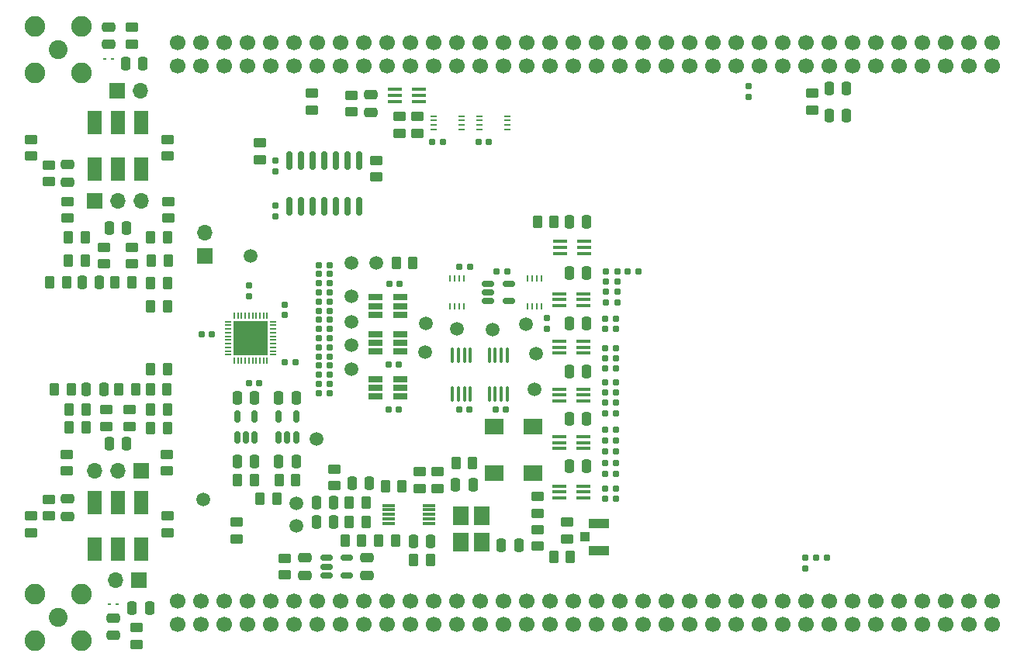
<source format=gts>
G04 #@! TF.GenerationSoftware,KiCad,Pcbnew,6.0.6-3a73a75311~116~ubuntu20.04.1*
G04 #@! TF.CreationDate,2022-07-28T18:37:22+02:00*
G04 #@! TF.ProjectId,H7DDCADC,48374444-4341-4444-932e-6b696361645f,initial*
G04 #@! TF.SameCoordinates,Original*
G04 #@! TF.FileFunction,Soldermask,Top*
G04 #@! TF.FilePolarity,Negative*
%FSLAX46Y46*%
G04 Gerber Fmt 4.6, Leading zero omitted, Abs format (unit mm)*
G04 Created by KiCad (PCBNEW 6.0.6-3a73a75311~116~ubuntu20.04.1) date 2022-07-28 18:37:22*
%MOMM*%
%LPD*%
G01*
G04 APERTURE LIST*
G04 Aperture macros list*
%AMRoundRect*
0 Rectangle with rounded corners*
0 $1 Rounding radius*
0 $2 $3 $4 $5 $6 $7 $8 $9 X,Y pos of 4 corners*
0 Add a 4 corners polygon primitive as box body*
4,1,4,$2,$3,$4,$5,$6,$7,$8,$9,$2,$3,0*
0 Add four circle primitives for the rounded corners*
1,1,$1+$1,$2,$3*
1,1,$1+$1,$4,$5*
1,1,$1+$1,$6,$7*
1,1,$1+$1,$8,$9*
0 Add four rect primitives between the rounded corners*
20,1,$1+$1,$2,$3,$4,$5,0*
20,1,$1+$1,$4,$5,$6,$7,0*
20,1,$1+$1,$6,$7,$8,$9,0*
20,1,$1+$1,$8,$9,$2,$3,0*%
G04 Aperture macros list end*
%ADD10RoundRect,0.155000X-0.155000X0.212500X-0.155000X-0.212500X0.155000X-0.212500X0.155000X0.212500X0*%
%ADD11RoundRect,0.155000X0.212500X0.155000X-0.212500X0.155000X-0.212500X-0.155000X0.212500X-0.155000X0*%
%ADD12RoundRect,0.160000X-0.197500X-0.160000X0.197500X-0.160000X0.197500X0.160000X-0.197500X0.160000X0*%
%ADD13C,1.500000*%
%ADD14RoundRect,0.250000X-0.250000X-0.475000X0.250000X-0.475000X0.250000X0.475000X-0.250000X0.475000X0*%
%ADD15RoundRect,0.250000X0.250000X0.475000X-0.250000X0.475000X-0.250000X-0.475000X0.250000X-0.475000X0*%
%ADD16RoundRect,0.160000X-0.160000X0.197500X-0.160000X-0.197500X0.160000X-0.197500X0.160000X0.197500X0*%
%ADD17RoundRect,0.250000X-0.450000X0.262500X-0.450000X-0.262500X0.450000X-0.262500X0.450000X0.262500X0*%
%ADD18R,0.250000X0.750000*%
%ADD19RoundRect,0.100000X-0.100000X0.712500X-0.100000X-0.712500X0.100000X-0.712500X0.100000X0.712500X0*%
%ADD20R,1.500000X0.400000*%
%ADD21RoundRect,0.160000X0.197500X0.160000X-0.197500X0.160000X-0.197500X-0.160000X0.197500X-0.160000X0*%
%ADD22RoundRect,0.250000X0.450000X-0.262500X0.450000X0.262500X-0.450000X0.262500X-0.450000X-0.262500X0*%
%ADD23RoundRect,0.250000X0.262500X0.450000X-0.262500X0.450000X-0.262500X-0.450000X0.262500X-0.450000X0*%
%ADD24RoundRect,0.250000X-0.262500X-0.450000X0.262500X-0.450000X0.262500X0.450000X-0.262500X0.450000X0*%
%ADD25RoundRect,0.250000X-0.475000X0.250000X-0.475000X-0.250000X0.475000X-0.250000X0.475000X0.250000X0*%
%ADD26R,1.700000X1.700000*%
%ADD27O,1.700000X1.700000*%
%ADD28RoundRect,0.050000X-0.325000X-0.050000X0.325000X-0.050000X0.325000X0.050000X-0.325000X0.050000X0*%
%ADD29RoundRect,0.050000X-0.050000X-0.325000X0.050000X-0.325000X0.050000X0.325000X-0.050000X0.325000X0*%
%ADD30R,3.800000X3.800000*%
%ADD31RoundRect,0.250000X0.475000X-0.250000X0.475000X0.250000X-0.475000X0.250000X-0.475000X-0.250000X0*%
%ADD32RoundRect,0.155000X-0.212500X-0.155000X0.212500X-0.155000X0.212500X0.155000X-0.212500X0.155000X0*%
%ADD33R,0.750000X0.250000*%
%ADD34RoundRect,0.150000X0.150000X-0.825000X0.150000X0.825000X-0.150000X0.825000X-0.150000X-0.825000X0*%
%ADD35R,2.000000X1.800000*%
%ADD36R,1.650000X2.540000*%
%ADD37C,1.700000*%
%ADD38RoundRect,0.150000X0.150000X-0.512500X0.150000X0.512500X-0.150000X0.512500X-0.150000X-0.512500X0*%
%ADD39R,0.360000X0.250000*%
%ADD40RoundRect,0.160000X0.160000X-0.197500X0.160000X0.197500X-0.160000X0.197500X-0.160000X-0.197500X0*%
%ADD41R,1.400000X0.300000*%
%ADD42R,1.050000X1.000000*%
%ADD43R,2.200000X1.050000*%
%ADD44RoundRect,0.155000X0.155000X-0.212500X0.155000X0.212500X-0.155000X0.212500X-0.155000X-0.212500X0*%
%ADD45R,1.800000X2.100000*%
%ADD46C,2.050000*%
%ADD47C,2.250000*%
%ADD48R,1.560000X0.650000*%
%ADD49RoundRect,0.150000X-0.512500X-0.150000X0.512500X-0.150000X0.512500X0.150000X-0.512500X0.150000X0*%
G04 APERTURE END LIST*
D10*
X144800000Y-87832500D03*
X144800000Y-88967500D03*
D11*
X140467500Y-82700000D03*
X139332500Y-82700000D03*
D12*
X151202500Y-94800000D03*
X152397500Y-94800000D03*
D13*
X117500000Y-110500000D03*
D14*
X147250000Y-93600000D03*
X149150000Y-93600000D03*
X99550000Y-119500000D03*
X101450000Y-119500000D03*
D15*
X125450000Y-105800000D03*
X123550000Y-105800000D03*
D16*
X173000000Y-113990000D03*
X173000000Y-115185000D03*
D11*
X136367500Y-97800000D03*
X135232500Y-97800000D03*
D12*
X151302500Y-86100000D03*
X152497500Y-86100000D03*
D17*
X132900000Y-104587500D03*
X132900000Y-106412500D03*
D18*
X144250000Y-83450000D03*
X143750000Y-83450000D03*
X143250000Y-83450000D03*
X142750000Y-83450000D03*
X142750000Y-86550000D03*
X143250000Y-86550000D03*
X143750000Y-86550000D03*
X144250000Y-86550000D03*
D12*
X119902500Y-89000000D03*
X121097500Y-89000000D03*
D17*
X128700000Y-65787500D03*
X128700000Y-67612500D03*
D19*
X136475000Y-91887500D03*
X135825000Y-91887500D03*
X135175000Y-91887500D03*
X134525000Y-91887500D03*
X134525000Y-96112500D03*
X135175000Y-96112500D03*
X135825000Y-96112500D03*
X136475000Y-96112500D03*
D14*
X97050000Y-78000000D03*
X98950000Y-78000000D03*
D20*
X146170000Y-106150000D03*
X146170000Y-106800000D03*
X146170000Y-107450000D03*
X148830000Y-107450000D03*
X148830000Y-106800000D03*
X148830000Y-106150000D03*
D11*
X140367500Y-97800000D03*
X139232500Y-97800000D03*
D14*
X147250000Y-88400000D03*
X149150000Y-88400000D03*
D21*
X121097500Y-88000000D03*
X119902500Y-88000000D03*
D22*
X90500000Y-109412500D03*
X90500000Y-107587500D03*
D20*
X130870000Y-64150000D03*
X130870000Y-63500000D03*
X130870000Y-62850000D03*
X128210000Y-62850000D03*
X128210000Y-63500000D03*
X128210000Y-64150000D03*
D22*
X88500000Y-70112500D03*
X88500000Y-68287500D03*
D17*
X96500000Y-80087500D03*
X96500000Y-81912500D03*
D23*
X103500000Y-81500000D03*
X101675000Y-81500000D03*
D24*
X122787500Y-112100000D03*
X124612500Y-112100000D03*
D15*
X141750000Y-112600000D03*
X139850000Y-112600000D03*
D14*
X111050000Y-96500000D03*
X112950000Y-96500000D03*
D23*
X94412500Y-79000000D03*
X92587500Y-79000000D03*
D14*
X175650000Y-65710000D03*
X177550000Y-65710000D03*
D25*
X118387500Y-114000000D03*
X118387500Y-115900000D03*
D12*
X151202500Y-91100000D03*
X152397500Y-91100000D03*
X151202500Y-87900000D03*
X152397500Y-87900000D03*
D17*
X147000000Y-110087500D03*
X147000000Y-111912500D03*
D21*
X121097500Y-87000000D03*
X119902500Y-87000000D03*
X121097500Y-90000000D03*
X119902500Y-90000000D03*
D23*
X99912500Y-95587500D03*
X98087500Y-95587500D03*
D13*
X119700000Y-101000000D03*
D26*
X107500000Y-81000000D03*
D27*
X107500000Y-78460000D03*
D11*
X108267500Y-89600000D03*
X107132500Y-89600000D03*
D14*
X147250000Y-82900000D03*
X149150000Y-82900000D03*
D12*
X119902500Y-86000000D03*
X121097500Y-86000000D03*
D22*
X99300000Y-99612500D03*
X99300000Y-97787500D03*
D25*
X125600000Y-63450000D03*
X125600000Y-65350000D03*
D14*
X98850000Y-60000000D03*
X100750000Y-60000000D03*
D22*
X126200000Y-72412500D03*
X126200000Y-70587500D03*
D12*
X151202500Y-89000000D03*
X152397500Y-89000000D03*
X119902500Y-96000000D03*
X121097500Y-96000000D03*
D24*
X92712500Y-97775000D03*
X94537500Y-97775000D03*
X113500000Y-107500000D03*
X115325000Y-107500000D03*
D28*
X110025000Y-88200000D03*
X110025000Y-88600000D03*
X110025000Y-89000000D03*
X110025000Y-89400000D03*
X110025000Y-89800000D03*
X110025000Y-90200000D03*
X110025000Y-90600000D03*
X110025000Y-91000000D03*
X110025000Y-91400000D03*
X110025000Y-91800000D03*
D29*
X110700000Y-92475000D03*
X111100000Y-92475000D03*
X111500000Y-92475000D03*
X111900000Y-92475000D03*
X112300000Y-92475000D03*
X112700000Y-92475000D03*
X113100000Y-92475000D03*
X113500000Y-92475000D03*
X113900000Y-92475000D03*
X114300000Y-92475000D03*
D28*
X114975000Y-91800000D03*
X114975000Y-91400000D03*
X114975000Y-91000000D03*
X114975000Y-90600000D03*
X114975000Y-90200000D03*
X114975000Y-89800000D03*
X114975000Y-89400000D03*
X114975000Y-89000000D03*
X114975000Y-88600000D03*
X114975000Y-88200000D03*
D29*
X114300000Y-87525000D03*
X113900000Y-87525000D03*
X113500000Y-87525000D03*
X113100000Y-87525000D03*
X112700000Y-87525000D03*
X112300000Y-87525000D03*
X111900000Y-87525000D03*
X111500000Y-87525000D03*
X111100000Y-87525000D03*
X110700000Y-87525000D03*
D30*
X112500000Y-90000000D03*
D12*
X151202500Y-95900000D03*
X152397500Y-95900000D03*
D23*
X99500000Y-83912500D03*
X97675000Y-83912500D03*
D13*
X123500000Y-81800000D03*
X131500000Y-91500000D03*
D31*
X97500000Y-122450000D03*
X97500000Y-120550000D03*
D12*
X119902500Y-83000000D03*
X121097500Y-83000000D03*
X151302500Y-84900000D03*
X152497500Y-84900000D03*
D23*
X125087500Y-110050000D03*
X123262500Y-110050000D03*
D24*
X101587500Y-86500000D03*
X103412500Y-86500000D03*
D32*
X127632500Y-84100000D03*
X128767500Y-84100000D03*
D33*
X135550000Y-67250000D03*
X135550000Y-66750000D03*
X135550000Y-66250000D03*
X135550000Y-65750000D03*
X132450000Y-65750000D03*
X132450000Y-66250000D03*
X132450000Y-66750000D03*
X132450000Y-67250000D03*
D34*
X116690000Y-75575000D03*
X117960000Y-75575000D03*
X119230000Y-75575000D03*
X120500000Y-75575000D03*
X121770000Y-75575000D03*
X123040000Y-75575000D03*
X124310000Y-75575000D03*
X124310000Y-70625000D03*
X123040000Y-70625000D03*
X121770000Y-70625000D03*
X120500000Y-70625000D03*
X119230000Y-70625000D03*
X117960000Y-70625000D03*
X116690000Y-70625000D03*
D23*
X125087500Y-107950000D03*
X123262500Y-107950000D03*
D14*
X147250000Y-77300000D03*
X149150000Y-77300000D03*
D35*
X139100000Y-99660000D03*
X139100000Y-104740000D03*
X143300000Y-104740000D03*
X143300000Y-99660000D03*
D32*
X116232500Y-92600000D03*
X117367500Y-92600000D03*
D13*
X123500000Y-93400000D03*
X131600000Y-88400000D03*
D17*
X123500000Y-63487500D03*
X123500000Y-65312500D03*
D12*
X151202500Y-102400000D03*
X152397500Y-102400000D03*
D23*
X147400000Y-113900000D03*
X145575000Y-113900000D03*
D12*
X119902500Y-85000000D03*
X121097500Y-85000000D03*
D17*
X99500000Y-80087500D03*
X99500000Y-81912500D03*
X103400000Y-109387500D03*
X103400000Y-111212500D03*
D36*
X100540000Y-66460000D03*
X98000000Y-66460000D03*
X95460000Y-66460000D03*
X95460000Y-71540000D03*
X98000000Y-71540000D03*
X100540000Y-71540000D03*
D13*
X135000000Y-89000000D03*
D37*
X193430000Y-57750000D03*
X193430000Y-60290000D03*
X190890000Y-57750000D03*
X190890000Y-60290000D03*
X188350000Y-57750000D03*
X188350000Y-60290000D03*
X185810000Y-57750000D03*
X185810000Y-60290000D03*
X183270000Y-57750000D03*
X183270000Y-60290000D03*
X180730000Y-57750000D03*
X180730000Y-60290000D03*
X178190000Y-57750000D03*
X178190000Y-60290000D03*
X175650000Y-57750000D03*
X175650000Y-60290000D03*
X173110000Y-57750000D03*
X173110000Y-60290000D03*
X170570000Y-57750000D03*
X170570000Y-60290000D03*
X168030000Y-57750000D03*
X168030000Y-60290000D03*
X165490000Y-57750000D03*
X165490000Y-60290000D03*
X162950000Y-57750000D03*
X162950000Y-60290000D03*
X160410000Y-57750000D03*
X160410000Y-60290000D03*
X157870000Y-57750000D03*
X157870000Y-60290000D03*
X155330000Y-57750000D03*
X155330000Y-60290000D03*
X152790000Y-57750000D03*
X152790000Y-60290000D03*
X150250000Y-57750000D03*
X150250000Y-60290000D03*
X147710000Y-57750000D03*
X147710000Y-60290000D03*
X145170000Y-57750000D03*
X145170000Y-60290000D03*
X142630000Y-57750000D03*
X142630000Y-60290000D03*
X140090000Y-57750000D03*
X140090000Y-60290000D03*
X137550000Y-57750000D03*
X137550000Y-60290000D03*
X135010000Y-57750000D03*
X135010000Y-60290000D03*
X132470000Y-57750000D03*
X132470000Y-60290000D03*
X129930000Y-57750000D03*
X129930000Y-60290000D03*
X127390000Y-57750000D03*
X127390000Y-60290000D03*
X124850000Y-57750000D03*
X124850000Y-60290000D03*
X122310000Y-57750000D03*
X122310000Y-60290000D03*
X119770000Y-57750000D03*
X119770000Y-60290000D03*
X117230000Y-57750000D03*
X117230000Y-60290000D03*
X114690000Y-57750000D03*
X114690000Y-60290000D03*
X112150000Y-57750000D03*
X112150000Y-60290000D03*
X109610000Y-57750000D03*
X109610000Y-60290000D03*
X107070000Y-57750000D03*
X107070000Y-60290000D03*
X104530000Y-57750000D03*
X104530000Y-60290000D03*
X193430000Y-118710000D03*
X193430000Y-121250000D03*
X190890000Y-118710000D03*
X190890000Y-121250000D03*
X188350000Y-118710000D03*
X188350000Y-121250000D03*
X185810000Y-118710000D03*
X185810000Y-121250000D03*
X183270000Y-118710000D03*
X183270000Y-121250000D03*
X180730000Y-118710000D03*
X180730000Y-121250000D03*
X178190000Y-118710000D03*
X178190000Y-121250000D03*
X175650000Y-118710000D03*
X175650000Y-121250000D03*
X173110000Y-118710000D03*
X173110000Y-121250000D03*
X170570000Y-118710000D03*
X170570000Y-121250000D03*
X168030000Y-118710000D03*
X168030000Y-121250000D03*
X165490000Y-118710000D03*
X165490000Y-121250000D03*
X162950000Y-118710000D03*
X162950000Y-121250000D03*
X160410000Y-118710000D03*
X160410000Y-121250000D03*
X157870000Y-118710000D03*
X157870000Y-121250000D03*
X155330000Y-118710000D03*
X155330000Y-121250000D03*
X152790000Y-118710000D03*
X152790000Y-121250000D03*
X150250000Y-118710000D03*
X150250000Y-121250000D03*
X147710000Y-118710000D03*
X147710000Y-121250000D03*
X145170000Y-118710000D03*
X145170000Y-121250000D03*
X142630000Y-118710000D03*
X142630000Y-121250000D03*
X140090000Y-118710000D03*
X140090000Y-121250000D03*
X137550000Y-118710000D03*
X137550000Y-121250000D03*
X135010000Y-118710000D03*
X135010000Y-121250000D03*
X132470000Y-118710000D03*
X132470000Y-121250000D03*
X129930000Y-118710000D03*
X129930000Y-121250000D03*
X127390000Y-118710000D03*
X127390000Y-121250000D03*
X124850000Y-118710000D03*
X124850000Y-121250000D03*
X122310000Y-118710000D03*
X122310000Y-121250000D03*
X119770000Y-118710000D03*
X119770000Y-121250000D03*
X117230000Y-118710000D03*
X117230000Y-121250000D03*
X114690000Y-118710000D03*
X114690000Y-121250000D03*
X112150000Y-118710000D03*
X112150000Y-121250000D03*
X109610000Y-118710000D03*
X109610000Y-121250000D03*
X107070000Y-118710000D03*
X107070000Y-121250000D03*
X104530000Y-118710000D03*
X104530000Y-121250000D03*
D13*
X123500000Y-85400000D03*
D26*
X97925000Y-63000000D03*
D27*
X100465000Y-63000000D03*
D38*
X115550000Y-100837500D03*
X116500000Y-100837500D03*
X117450000Y-100837500D03*
X117450000Y-98562500D03*
X115550000Y-98562500D03*
D17*
X90500000Y-71087500D03*
X90500000Y-72912500D03*
D32*
X112300000Y-94900000D03*
X113435000Y-94900000D03*
D39*
X97080000Y-119000000D03*
X97920000Y-119000000D03*
D17*
X111000000Y-110087500D03*
X111000000Y-111912500D03*
X121600000Y-104287500D03*
X121600000Y-106112500D03*
D36*
X95460000Y-113000000D03*
X98000000Y-113000000D03*
X100540000Y-113000000D03*
X100540000Y-107920000D03*
X98000000Y-107920000D03*
X95460000Y-107920000D03*
D15*
X98950000Y-101500000D03*
X97050000Y-101500000D03*
D26*
X100275000Y-116420000D03*
D27*
X97735000Y-116420000D03*
D24*
X92587500Y-81500000D03*
X94412500Y-81500000D03*
D20*
X146170000Y-95550000D03*
X146170000Y-96200000D03*
X146170000Y-96850000D03*
X148830000Y-96850000D03*
X148830000Y-96200000D03*
X148830000Y-95550000D03*
D22*
X103400000Y-70112500D03*
X103400000Y-68287500D03*
D17*
X99500000Y-56087500D03*
X99500000Y-57912500D03*
D20*
X146170000Y-85150000D03*
X146170000Y-85800000D03*
X146170000Y-86450000D03*
X148830000Y-86450000D03*
X148830000Y-85800000D03*
X148830000Y-85150000D03*
D40*
X166800000Y-63697500D03*
X166800000Y-62502500D03*
D23*
X136712500Y-103600000D03*
X134887500Y-103600000D03*
D17*
X143800000Y-110887500D03*
X143800000Y-112712500D03*
D20*
X146170000Y-100750000D03*
X146170000Y-101400000D03*
X146170000Y-102050000D03*
X148830000Y-102050000D03*
X148830000Y-101400000D03*
X148830000Y-100750000D03*
D14*
X111050000Y-103500000D03*
X112950000Y-103500000D03*
D24*
X101587500Y-79000000D03*
X103412500Y-79000000D03*
D13*
X138900000Y-89100000D03*
D41*
X131950000Y-110250000D03*
X131950000Y-109750000D03*
X131950000Y-109250000D03*
X131950000Y-108750000D03*
X131950000Y-108250000D03*
X127550000Y-108250000D03*
X127550000Y-108750000D03*
X127550000Y-109250000D03*
X127550000Y-109750000D03*
X127550000Y-110250000D03*
D32*
X137365000Y-68600000D03*
X138500000Y-68600000D03*
D17*
X92500000Y-75087500D03*
X92500000Y-76912500D03*
D13*
X123500000Y-88200000D03*
D24*
X115587500Y-105500000D03*
X117412500Y-105500000D03*
D42*
X148950000Y-111700000D03*
D43*
X150475000Y-110225000D03*
X150475000Y-113175000D03*
D12*
X151202500Y-93300000D03*
X152397500Y-93300000D03*
D23*
X129012500Y-106200000D03*
X127187500Y-106200000D03*
D32*
X127532500Y-92900000D03*
X128667500Y-92900000D03*
D10*
X115200000Y-70632500D03*
X115200000Y-71767500D03*
D23*
X103387500Y-97825000D03*
X101562500Y-97825000D03*
D24*
X101537500Y-95600000D03*
X103362500Y-95600000D03*
D12*
X174202500Y-114000000D03*
X175397500Y-114000000D03*
D23*
X145612500Y-77300000D03*
X143787500Y-77300000D03*
D22*
X100000000Y-123412500D03*
X100000000Y-121587500D03*
D12*
X119902500Y-84000000D03*
X121097500Y-84000000D03*
D25*
X97000000Y-56050000D03*
X97000000Y-57950000D03*
D23*
X130200000Y-81800000D03*
X128375000Y-81800000D03*
D17*
X116187500Y-114037500D03*
X116187500Y-115862500D03*
D25*
X125187500Y-114000000D03*
X125187500Y-115900000D03*
D13*
X112500000Y-81000000D03*
D22*
X96700000Y-99612500D03*
X96700000Y-97787500D03*
D15*
X96450000Y-95575000D03*
X94550000Y-95575000D03*
D31*
X92500000Y-109450000D03*
X92500000Y-107550000D03*
D18*
X134250000Y-86550000D03*
X134750000Y-86550000D03*
X135250000Y-86550000D03*
X135750000Y-86550000D03*
X135750000Y-83450000D03*
X135250000Y-83450000D03*
X134750000Y-83450000D03*
X134250000Y-83450000D03*
D32*
X132332500Y-68600000D03*
X133467500Y-68600000D03*
D13*
X142500000Y-88500000D03*
D17*
X130900000Y-104587500D03*
X130900000Y-106412500D03*
D13*
X143500000Y-95600000D03*
D19*
X140475000Y-91887500D03*
X139825000Y-91887500D03*
X139175000Y-91887500D03*
X138525000Y-91887500D03*
X138525000Y-96112500D03*
X139175000Y-96112500D03*
X139825000Y-96112500D03*
X140475000Y-96112500D03*
D15*
X132150000Y-112200000D03*
X130250000Y-112200000D03*
D14*
X115550000Y-96500000D03*
X117450000Y-96500000D03*
D23*
X92387500Y-83925000D03*
X90562500Y-83925000D03*
D17*
X130700000Y-65787500D03*
X130700000Y-67612500D03*
D12*
X119902500Y-82000000D03*
X121097500Y-82000000D03*
X151202500Y-104800000D03*
X152397500Y-104800000D03*
D44*
X112300000Y-85387500D03*
X112300000Y-84252500D03*
D45*
X135450000Y-109350000D03*
X135450000Y-112250000D03*
X137750000Y-112250000D03*
X137750000Y-109350000D03*
D13*
X123500000Y-90800000D03*
D15*
X96000000Y-83912500D03*
X94100000Y-83912500D03*
D17*
X143800000Y-107287500D03*
X143800000Y-109112500D03*
D12*
X151202500Y-92200000D03*
X152397500Y-92200000D03*
X151202500Y-107500000D03*
X152397500Y-107500000D03*
D24*
X111087500Y-105500000D03*
X112912500Y-105500000D03*
D12*
X151202500Y-103600000D03*
X152397500Y-103600000D03*
D13*
X107300000Y-107600000D03*
D46*
X91500000Y-120500000D03*
D47*
X94040000Y-117960000D03*
X88960000Y-117960000D03*
X94040000Y-123040000D03*
X88960000Y-123040000D03*
D24*
X130287500Y-114200000D03*
X132112500Y-114200000D03*
D22*
X119200000Y-65112500D03*
X119200000Y-63287500D03*
D12*
X151202500Y-101200000D03*
X152397500Y-101200000D03*
D39*
X96580000Y-59500000D03*
X97420000Y-59500000D03*
D48*
X126150000Y-89550000D03*
X126150000Y-90500000D03*
X126150000Y-91450000D03*
X128850000Y-91450000D03*
X128850000Y-90500000D03*
X128850000Y-89550000D03*
D12*
X151202500Y-100000000D03*
X152397500Y-100000000D03*
D33*
X140550000Y-67250000D03*
X140550000Y-66750000D03*
X140550000Y-66250000D03*
X140550000Y-65750000D03*
X137450000Y-65750000D03*
X137450000Y-66250000D03*
X137450000Y-66750000D03*
X137450000Y-67250000D03*
D14*
X134850000Y-106000000D03*
X136750000Y-106000000D03*
D23*
X94512500Y-99775000D03*
X92687500Y-99775000D03*
D12*
X119902500Y-95000000D03*
X121097500Y-95000000D03*
D24*
X101587500Y-99825000D03*
X103412500Y-99825000D03*
D48*
X126150000Y-94450000D03*
X126150000Y-95400000D03*
X126150000Y-96350000D03*
X128850000Y-96350000D03*
X128850000Y-95400000D03*
X128850000Y-94450000D03*
D10*
X115200000Y-75532500D03*
X115200000Y-76667500D03*
D26*
X95460000Y-75040000D03*
D27*
X98000000Y-75040000D03*
X100540000Y-75040000D03*
D17*
X103500000Y-75087500D03*
X103500000Y-76912500D03*
D13*
X126200000Y-81800000D03*
D48*
X126150000Y-85550000D03*
X126150000Y-86500000D03*
X126150000Y-87450000D03*
X128850000Y-87450000D03*
X128850000Y-86500000D03*
X128850000Y-85550000D03*
D14*
X175650000Y-62700000D03*
X177550000Y-62700000D03*
D23*
X92912500Y-95575000D03*
X91087500Y-95575000D03*
D20*
X146270000Y-79450000D03*
X146270000Y-80100000D03*
X146270000Y-80750000D03*
X148930000Y-80750000D03*
X148930000Y-80100000D03*
X148930000Y-79450000D03*
D12*
X119902500Y-91000000D03*
X121097500Y-91000000D03*
D23*
X128312500Y-112100000D03*
X126487500Y-112100000D03*
D15*
X121575000Y-107975000D03*
X119675000Y-107975000D03*
D32*
X127532500Y-97800000D03*
X128667500Y-97800000D03*
D44*
X116200000Y-87467500D03*
X116200000Y-86332500D03*
D12*
X119902500Y-92000000D03*
X121097500Y-92000000D03*
D46*
X91500000Y-58500000D03*
D47*
X94040000Y-61040000D03*
X88960000Y-61040000D03*
X94040000Y-55960000D03*
X88960000Y-55960000D03*
D22*
X113500000Y-70512500D03*
X113500000Y-68687500D03*
D24*
X101587500Y-84000000D03*
X103412500Y-84000000D03*
D15*
X121575000Y-110075000D03*
X119675000Y-110075000D03*
D12*
X151202500Y-106400000D03*
X152397500Y-106400000D03*
D22*
X103300000Y-104512500D03*
X103300000Y-102687500D03*
D17*
X173800000Y-63287500D03*
X173800000Y-65112500D03*
D14*
X147250000Y-98800000D03*
X149150000Y-98800000D03*
D20*
X146170000Y-90350000D03*
X146170000Y-91000000D03*
X146170000Y-91650000D03*
X148830000Y-91650000D03*
X148830000Y-91000000D03*
X148830000Y-90350000D03*
D12*
X151302500Y-82700000D03*
X152497500Y-82700000D03*
D17*
X88500000Y-109387500D03*
X88500000Y-111212500D03*
D12*
X151302500Y-83800000D03*
X152497500Y-83800000D03*
D22*
X92400000Y-104512500D03*
X92400000Y-102687500D03*
D49*
X138362500Y-84050000D03*
X138362500Y-85000000D03*
X138362500Y-85950000D03*
X140637500Y-85950000D03*
X140637500Y-84050000D03*
D14*
X147250000Y-104000000D03*
X149150000Y-104000000D03*
D12*
X119902500Y-94000000D03*
X121097500Y-94000000D03*
D26*
X100525000Y-104507500D03*
D27*
X97985000Y-104507500D03*
X95445000Y-104507500D03*
D12*
X151202500Y-97000000D03*
X152397500Y-97000000D03*
D49*
X120750000Y-114000000D03*
X120750000Y-114950000D03*
X120750000Y-115900000D03*
X123025000Y-115900000D03*
X123025000Y-114000000D03*
D12*
X119902500Y-93000000D03*
X121097500Y-93000000D03*
D13*
X143600000Y-91700000D03*
D14*
X115550000Y-103500000D03*
X117450000Y-103500000D03*
D12*
X151202500Y-98200000D03*
X152397500Y-98200000D03*
D13*
X117500000Y-108000000D03*
D32*
X135300000Y-82200000D03*
X136435000Y-82200000D03*
D24*
X101562500Y-93375000D03*
X103387500Y-93375000D03*
D38*
X111050000Y-100837500D03*
X112000000Y-100837500D03*
X112950000Y-100837500D03*
X112950000Y-98562500D03*
X111050000Y-98562500D03*
D21*
X154797500Y-82700000D03*
X153602500Y-82700000D03*
D25*
X92500000Y-71050000D03*
X92500000Y-72950000D03*
M02*

</source>
